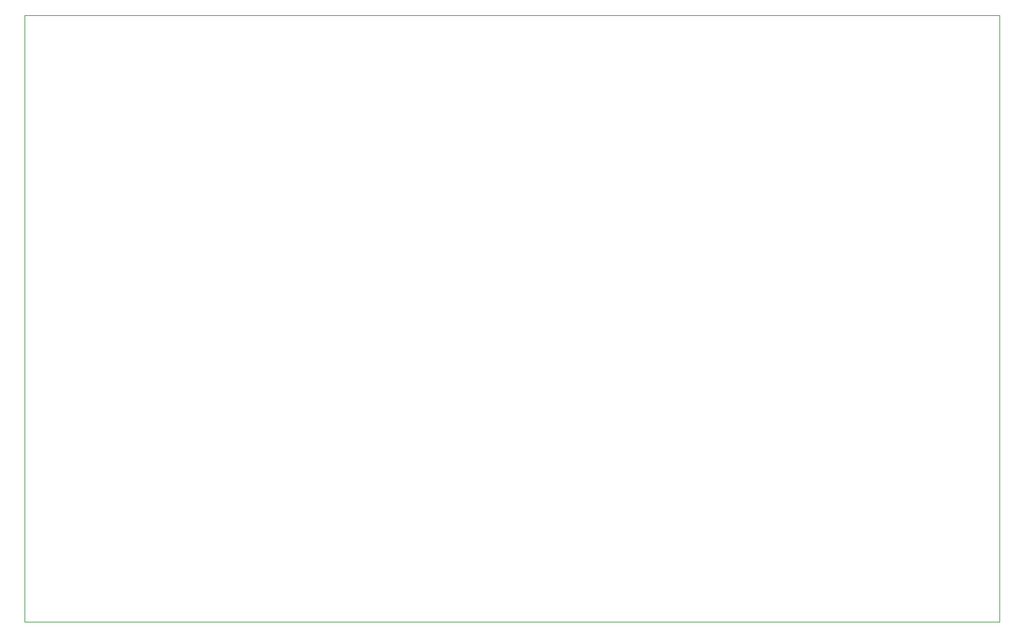
<source format=gbr>
G04 #@! TF.GenerationSoftware,KiCad,Pcbnew,5.1.5-52549c5~84~ubuntu18.04.1*
G04 #@! TF.CreationDate,2020-03-11T12:48:51+00:00*
G04 #@! TF.ProjectId,autopatzer,6175746f-7061-4747-9a65-722e6b696361,rev?*
G04 #@! TF.SameCoordinates,Original*
G04 #@! TF.FileFunction,Profile,NP*
%FSLAX46Y46*%
G04 Gerber Fmt 4.6, Leading zero omitted, Abs format (unit mm)*
G04 Created by KiCad (PCBNEW 5.1.5-52549c5~84~ubuntu18.04.1) date 2020-03-11 12:48:51*
%MOMM*%
%LPD*%
G04 APERTURE LIST*
%ADD10C,0.050000*%
G04 APERTURE END LIST*
D10*
X113030000Y-101600000D02*
X113030000Y-24130000D01*
X113030000Y-24130000D02*
X237490000Y-24130000D01*
X237490000Y-101600000D02*
X113030000Y-101600000D01*
X237490000Y-24130000D02*
X237490000Y-101600000D01*
M02*

</source>
